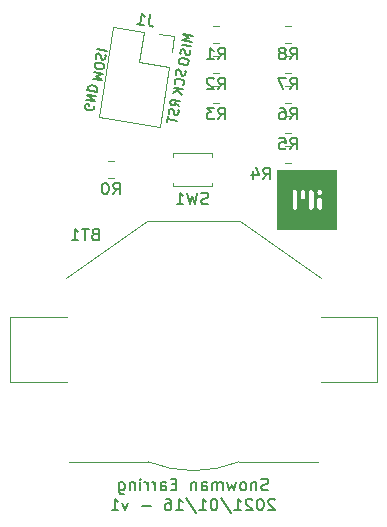
<source format=gbr>
%TF.GenerationSoftware,KiCad,Pcbnew,(5.1.6)-1*%
%TF.CreationDate,2021-01-16T18:50:24+01:00*%
%TF.ProjectId,Snowman_Earring,536e6f77-6d61-46e5-9f45-617272696e67,rev?*%
%TF.SameCoordinates,Original*%
%TF.FileFunction,Legend,Bot*%
%TF.FilePolarity,Positive*%
%FSLAX46Y46*%
G04 Gerber Fmt 4.6, Leading zero omitted, Abs format (unit mm)*
G04 Created by KiCad (PCBNEW (5.1.6)-1) date 2021-01-16 18:50:24*
%MOMM*%
%LPD*%
G01*
G04 APERTURE LIST*
%ADD10C,0.200000*%
%ADD11C,0.150000*%
%ADD12C,0.010000*%
%ADD13C,0.120000*%
G04 APERTURE END LIST*
D10*
X107270595Y-102045378D02*
X107127738Y-102092997D01*
X106889642Y-102092997D01*
X106794404Y-102045378D01*
X106746785Y-101997759D01*
X106699166Y-101902521D01*
X106699166Y-101807283D01*
X106746785Y-101712045D01*
X106794404Y-101664426D01*
X106889642Y-101616807D01*
X107080119Y-101569188D01*
X107175357Y-101521569D01*
X107222976Y-101473950D01*
X107270595Y-101378712D01*
X107270595Y-101283474D01*
X107222976Y-101188236D01*
X107175357Y-101140617D01*
X107080119Y-101092997D01*
X106842023Y-101092997D01*
X106699166Y-101140617D01*
X106270595Y-101426331D02*
X106270595Y-102092997D01*
X106270595Y-101521569D02*
X106222976Y-101473950D01*
X106127738Y-101426331D01*
X105984881Y-101426331D01*
X105889642Y-101473950D01*
X105842023Y-101569188D01*
X105842023Y-102092997D01*
X105222976Y-102092997D02*
X105318214Y-102045378D01*
X105365833Y-101997759D01*
X105413452Y-101902521D01*
X105413452Y-101616807D01*
X105365833Y-101521569D01*
X105318214Y-101473950D01*
X105222976Y-101426331D01*
X105080119Y-101426331D01*
X104984881Y-101473950D01*
X104937262Y-101521569D01*
X104889642Y-101616807D01*
X104889642Y-101902521D01*
X104937262Y-101997759D01*
X104984881Y-102045378D01*
X105080119Y-102092997D01*
X105222976Y-102092997D01*
X104556309Y-101426331D02*
X104365833Y-102092997D01*
X104175357Y-101616807D01*
X103984881Y-102092997D01*
X103794404Y-101426331D01*
X103413452Y-102092997D02*
X103413452Y-101426331D01*
X103413452Y-101521569D02*
X103365833Y-101473950D01*
X103270595Y-101426331D01*
X103127738Y-101426331D01*
X103032500Y-101473950D01*
X102984881Y-101569188D01*
X102984881Y-102092997D01*
X102984881Y-101569188D02*
X102937262Y-101473950D01*
X102842023Y-101426331D01*
X102699166Y-101426331D01*
X102603928Y-101473950D01*
X102556309Y-101569188D01*
X102556309Y-102092997D01*
X101651547Y-102092997D02*
X101651547Y-101569188D01*
X101699166Y-101473950D01*
X101794404Y-101426331D01*
X101984881Y-101426331D01*
X102080119Y-101473950D01*
X101651547Y-102045378D02*
X101746785Y-102092997D01*
X101984881Y-102092997D01*
X102080119Y-102045378D01*
X102127738Y-101950140D01*
X102127738Y-101854902D01*
X102080119Y-101759664D01*
X101984881Y-101712045D01*
X101746785Y-101712045D01*
X101651547Y-101664426D01*
X101175357Y-101426331D02*
X101175357Y-102092997D01*
X101175357Y-101521569D02*
X101127738Y-101473950D01*
X101032500Y-101426331D01*
X100889642Y-101426331D01*
X100794404Y-101473950D01*
X100746785Y-101569188D01*
X100746785Y-102092997D01*
X99508690Y-101569188D02*
X99175357Y-101569188D01*
X99032500Y-102092997D02*
X99508690Y-102092997D01*
X99508690Y-101092997D01*
X99032500Y-101092997D01*
X98175357Y-102092997D02*
X98175357Y-101569188D01*
X98222976Y-101473950D01*
X98318214Y-101426331D01*
X98508690Y-101426331D01*
X98603928Y-101473950D01*
X98175357Y-102045378D02*
X98270595Y-102092997D01*
X98508690Y-102092997D01*
X98603928Y-102045378D01*
X98651547Y-101950140D01*
X98651547Y-101854902D01*
X98603928Y-101759664D01*
X98508690Y-101712045D01*
X98270595Y-101712045D01*
X98175357Y-101664426D01*
X97699166Y-102092997D02*
X97699166Y-101426331D01*
X97699166Y-101616807D02*
X97651547Y-101521569D01*
X97603928Y-101473950D01*
X97508690Y-101426331D01*
X97413452Y-101426331D01*
X97080119Y-102092997D02*
X97080119Y-101426331D01*
X97080119Y-101616807D02*
X97032500Y-101521569D01*
X96984881Y-101473950D01*
X96889642Y-101426331D01*
X96794404Y-101426331D01*
X96461071Y-102092997D02*
X96461071Y-101426331D01*
X96461071Y-101092997D02*
X96508690Y-101140617D01*
X96461071Y-101188236D01*
X96413452Y-101140617D01*
X96461071Y-101092997D01*
X96461071Y-101188236D01*
X95984881Y-101426331D02*
X95984881Y-102092997D01*
X95984881Y-101521569D02*
X95937262Y-101473950D01*
X95842023Y-101426331D01*
X95699166Y-101426331D01*
X95603928Y-101473950D01*
X95556309Y-101569188D01*
X95556309Y-102092997D01*
X94651547Y-101426331D02*
X94651547Y-102235855D01*
X94699166Y-102331093D01*
X94746785Y-102378712D01*
X94842023Y-102426331D01*
X94984881Y-102426331D01*
X95080119Y-102378712D01*
X94651547Y-102045378D02*
X94746785Y-102092997D01*
X94937262Y-102092997D01*
X95032500Y-102045378D01*
X95080119Y-101997759D01*
X95127738Y-101902521D01*
X95127738Y-101616807D01*
X95080119Y-101521569D01*
X95032500Y-101473950D01*
X94937262Y-101426331D01*
X94746785Y-101426331D01*
X94651547Y-101473950D01*
X107842023Y-102888236D02*
X107794404Y-102840617D01*
X107699166Y-102792997D01*
X107461071Y-102792997D01*
X107365833Y-102840617D01*
X107318214Y-102888236D01*
X107270595Y-102983474D01*
X107270595Y-103078712D01*
X107318214Y-103221569D01*
X107889642Y-103792997D01*
X107270595Y-103792997D01*
X106651547Y-102792997D02*
X106556309Y-102792997D01*
X106461071Y-102840617D01*
X106413452Y-102888236D01*
X106365833Y-102983474D01*
X106318214Y-103173950D01*
X106318214Y-103412045D01*
X106365833Y-103602521D01*
X106413452Y-103697759D01*
X106461071Y-103745378D01*
X106556309Y-103792997D01*
X106651547Y-103792997D01*
X106746785Y-103745378D01*
X106794404Y-103697759D01*
X106842023Y-103602521D01*
X106889642Y-103412045D01*
X106889642Y-103173950D01*
X106842023Y-102983474D01*
X106794404Y-102888236D01*
X106746785Y-102840617D01*
X106651547Y-102792997D01*
X105937262Y-102888236D02*
X105889642Y-102840617D01*
X105794404Y-102792997D01*
X105556309Y-102792997D01*
X105461071Y-102840617D01*
X105413452Y-102888236D01*
X105365833Y-102983474D01*
X105365833Y-103078712D01*
X105413452Y-103221569D01*
X105984881Y-103792997D01*
X105365833Y-103792997D01*
X104413452Y-103792997D02*
X104984881Y-103792997D01*
X104699166Y-103792997D02*
X104699166Y-102792997D01*
X104794404Y-102935855D01*
X104889642Y-103031093D01*
X104984881Y-103078712D01*
X103270595Y-102745378D02*
X104127738Y-104031093D01*
X102746785Y-102792997D02*
X102651547Y-102792997D01*
X102556309Y-102840617D01*
X102508690Y-102888236D01*
X102461071Y-102983474D01*
X102413452Y-103173950D01*
X102413452Y-103412045D01*
X102461071Y-103602521D01*
X102508690Y-103697759D01*
X102556309Y-103745378D01*
X102651547Y-103792997D01*
X102746785Y-103792997D01*
X102842023Y-103745378D01*
X102889642Y-103697759D01*
X102937262Y-103602521D01*
X102984881Y-103412045D01*
X102984881Y-103173950D01*
X102937262Y-102983474D01*
X102889642Y-102888236D01*
X102842023Y-102840617D01*
X102746785Y-102792997D01*
X101461071Y-103792997D02*
X102032500Y-103792997D01*
X101746785Y-103792997D02*
X101746785Y-102792997D01*
X101842023Y-102935855D01*
X101937262Y-103031093D01*
X102032500Y-103078712D01*
X100318214Y-102745378D02*
X101175357Y-104031093D01*
X99461071Y-103792997D02*
X100032500Y-103792997D01*
X99746785Y-103792997D02*
X99746785Y-102792997D01*
X99842023Y-102935855D01*
X99937262Y-103031093D01*
X100032500Y-103078712D01*
X98603928Y-102792997D02*
X98794404Y-102792997D01*
X98889642Y-102840617D01*
X98937262Y-102888236D01*
X99032500Y-103031093D01*
X99080119Y-103221569D01*
X99080119Y-103602521D01*
X99032500Y-103697759D01*
X98984881Y-103745378D01*
X98889642Y-103792997D01*
X98699166Y-103792997D01*
X98603928Y-103745378D01*
X98556309Y-103697759D01*
X98508690Y-103602521D01*
X98508690Y-103364426D01*
X98556309Y-103269188D01*
X98603928Y-103221569D01*
X98699166Y-103173950D01*
X98889642Y-103173950D01*
X98984881Y-103221569D01*
X99032500Y-103269188D01*
X99080119Y-103364426D01*
X97318214Y-103412045D02*
X96556309Y-103412045D01*
X95413452Y-103126331D02*
X95175357Y-103792997D01*
X94937262Y-103126331D01*
X94032500Y-103792997D02*
X94603928Y-103792997D01*
X94318214Y-103792997D02*
X94318214Y-102792997D01*
X94413452Y-102935855D01*
X94508690Y-103031093D01*
X94603928Y-103078712D01*
D11*
X100884109Y-63584949D02*
X100093958Y-63459801D01*
X100616636Y-63812576D01*
X100010527Y-63986568D01*
X100800677Y-64111716D01*
X100741083Y-64487978D02*
X99950933Y-64362830D01*
X100649822Y-64820654D02*
X100669570Y-64939493D01*
X100639773Y-65127624D01*
X100590228Y-65196917D01*
X100546643Y-65228584D01*
X100465431Y-65254291D01*
X100390178Y-65242372D01*
X100320885Y-65192827D01*
X100289219Y-65149241D01*
X100263511Y-65068030D01*
X100249723Y-64911565D01*
X100224015Y-64830353D01*
X100192348Y-64786768D01*
X100123055Y-64737223D01*
X100047803Y-64725304D01*
X99966591Y-64751011D01*
X99923005Y-64782678D01*
X99873460Y-64851971D01*
X99843663Y-65040102D01*
X99863411Y-65158940D01*
X99748313Y-65642122D02*
X99724475Y-65792627D01*
X99750183Y-65873839D01*
X99813516Y-65961010D01*
X99958062Y-66022474D01*
X100221445Y-66064190D01*
X100377909Y-66050401D01*
X100465081Y-65987067D01*
X100514626Y-65917774D01*
X100538463Y-65767269D01*
X100512756Y-65686058D01*
X100449422Y-65598886D01*
X100304877Y-65537422D01*
X100041493Y-65495707D01*
X99885029Y-65509495D01*
X99797858Y-65572829D01*
X99748313Y-65642122D01*
X100273789Y-66550920D02*
X100293537Y-66669759D01*
X100263740Y-66857890D01*
X100214195Y-66927183D01*
X100170610Y-66958850D01*
X100089398Y-66984557D01*
X100014145Y-66972638D01*
X99944852Y-66923093D01*
X99913186Y-66879507D01*
X99887478Y-66798296D01*
X99873690Y-66641831D01*
X99847982Y-66560619D01*
X99816315Y-66517034D01*
X99747022Y-66467489D01*
X99671770Y-66455570D01*
X99590558Y-66481277D01*
X99546972Y-66512944D01*
X99497427Y-66582237D01*
X99467630Y-66770368D01*
X99487378Y-66889206D01*
X100039503Y-67786626D02*
X100083088Y-67754960D01*
X100138593Y-67648040D01*
X100150512Y-67572788D01*
X100130764Y-67453950D01*
X100067430Y-67366779D01*
X99998137Y-67317234D01*
X99853591Y-67255770D01*
X99740713Y-67237891D01*
X99584249Y-67251680D01*
X99503037Y-67277387D01*
X99415865Y-67340721D01*
X99360361Y-67447640D01*
X99348442Y-67522893D01*
X99368190Y-67641731D01*
X99399857Y-67685316D01*
X100061120Y-68137181D02*
X99270970Y-68012034D01*
X99989608Y-68588696D02*
X99591728Y-68178547D01*
X99199457Y-68463548D02*
X99722484Y-68083547D01*
X99759608Y-69585271D02*
X99425061Y-69262294D01*
X99831121Y-69133757D02*
X99040970Y-69008609D01*
X98993295Y-69309619D01*
X99019002Y-69390831D01*
X99050669Y-69434416D01*
X99119962Y-69483961D01*
X99232841Y-69501840D01*
X99314053Y-69476132D01*
X99357638Y-69444465D01*
X99407183Y-69375172D01*
X99454858Y-69074163D01*
X99674306Y-69880322D02*
X99694054Y-69999160D01*
X99664257Y-70187291D01*
X99614712Y-70256584D01*
X99571127Y-70288251D01*
X99489915Y-70313958D01*
X99414662Y-70302039D01*
X99345369Y-70252494D01*
X99313702Y-70208909D01*
X99287995Y-70127697D01*
X99274206Y-69971232D01*
X99248499Y-69890021D01*
X99216832Y-69846435D01*
X99147539Y-69796890D01*
X99072287Y-69784971D01*
X98991075Y-69810679D01*
X98947489Y-69842345D01*
X98897944Y-69911638D01*
X98868147Y-70099770D01*
X98887895Y-70218608D01*
X98814513Y-70438406D02*
X98743000Y-70889920D01*
X99568907Y-70789310D02*
X98778756Y-70664163D01*
X92540105Y-69525059D02*
X92565813Y-69606271D01*
X92547934Y-69719149D01*
X92492430Y-69826069D01*
X92405259Y-69889402D01*
X92324047Y-69915110D01*
X92167583Y-69928898D01*
X92054704Y-69911020D01*
X91910158Y-69849556D01*
X91840865Y-69800011D01*
X91777532Y-69712840D01*
X91757784Y-69594002D01*
X91769703Y-69518749D01*
X91825207Y-69411830D01*
X91868793Y-69380163D01*
X92132176Y-69421879D01*
X92108339Y-69572384D01*
X91847175Y-69029608D02*
X92637326Y-69154756D01*
X91918688Y-68578094D01*
X92708839Y-68703241D01*
X91978282Y-68201832D02*
X92768433Y-68326979D01*
X92798230Y-68138848D01*
X92778482Y-68020010D01*
X92715148Y-67932839D01*
X92645855Y-67883294D01*
X92501309Y-67821830D01*
X92388431Y-67803952D01*
X92231967Y-67817740D01*
X92150755Y-67843448D01*
X92063583Y-67906781D01*
X92008079Y-68013700D01*
X91978282Y-68201832D01*
X92410791Y-67225050D02*
X93200942Y-67350198D01*
X92678264Y-66997423D01*
X93284373Y-66823431D01*
X92494223Y-66698283D01*
X93367805Y-66296664D02*
X93391643Y-66146159D01*
X93365935Y-66064947D01*
X93302602Y-65977776D01*
X93158056Y-65916312D01*
X92894673Y-65874596D01*
X92738208Y-65888385D01*
X92651037Y-65951718D01*
X92601492Y-66021011D01*
X92577654Y-66171516D01*
X92603362Y-66252728D01*
X92666695Y-66339899D01*
X92811241Y-66401363D01*
X93074624Y-66443079D01*
X93231089Y-66429290D01*
X93318260Y-66365957D01*
X93367805Y-66296664D01*
X92716591Y-65537830D02*
X92696843Y-65418992D01*
X92726640Y-65230861D01*
X92776185Y-65161568D01*
X92819770Y-65129901D01*
X92900982Y-65104193D01*
X92976235Y-65116112D01*
X93045528Y-65165657D01*
X93077194Y-65209243D01*
X93102902Y-65290455D01*
X93116690Y-65446919D01*
X93142398Y-65528131D01*
X93174065Y-65571717D01*
X93243358Y-65621262D01*
X93318610Y-65633180D01*
X93399822Y-65607473D01*
X93443408Y-65575806D01*
X93492953Y-65506513D01*
X93522750Y-65318382D01*
X93503002Y-65199544D01*
X92804112Y-64741720D02*
X93594263Y-64866867D01*
D12*
%TO.C,G\u002A\u002A\u002A*%
G36*
X107989627Y-77465590D02*
G01*
X107994097Y-79965903D01*
X110494410Y-79970373D01*
X112994722Y-79974843D01*
X112994722Y-77787500D01*
X111839375Y-77787500D01*
X111839123Y-77910836D01*
X111838066Y-78004224D01*
X111835751Y-78072992D01*
X111831728Y-78122466D01*
X111825545Y-78157976D01*
X111816751Y-78184849D01*
X111804893Y-78208412D01*
X111803497Y-78210833D01*
X111745520Y-78278420D01*
X111670148Y-78319305D01*
X111585429Y-78331226D01*
X111499408Y-78311924D01*
X111478866Y-78302074D01*
X111440560Y-78279217D01*
X111410917Y-78253709D01*
X111388915Y-78221003D01*
X111373534Y-78176551D01*
X111363754Y-78115804D01*
X111358552Y-78034213D01*
X111356910Y-77927230D01*
X111357806Y-77790307D01*
X111358133Y-77764062D01*
X111361945Y-77470000D01*
X111142224Y-77470000D01*
X111142188Y-77642336D01*
X111141770Y-77783013D01*
X111140818Y-77895649D01*
X111139180Y-77983861D01*
X111136704Y-78051268D01*
X111133236Y-78101487D01*
X111128624Y-78138137D01*
X111122715Y-78164835D01*
X111115358Y-78185199D01*
X111111744Y-78192843D01*
X111061010Y-78260772D01*
X110991383Y-78310015D01*
X110913878Y-78333358D01*
X110895695Y-78334305D01*
X110827648Y-78321764D01*
X110770421Y-78294266D01*
X110740923Y-78273938D01*
X110716627Y-78253760D01*
X110697029Y-78230273D01*
X110681625Y-78200018D01*
X110669908Y-78159537D01*
X110661374Y-78105369D01*
X110655519Y-78034056D01*
X110651837Y-77942138D01*
X110649823Y-77826158D01*
X110648973Y-77682654D01*
X110648782Y-77508169D01*
X110648778Y-77460905D01*
X110648874Y-77288188D01*
X110649288Y-77147138D01*
X110650179Y-77034146D01*
X110650486Y-77016365D01*
X110437018Y-77016365D01*
X110435289Y-77138465D01*
X110429014Y-77231013D01*
X110416671Y-77299606D01*
X110396739Y-77349838D01*
X110367695Y-77387306D01*
X110328019Y-77417605D01*
X110327902Y-77417679D01*
X110252583Y-77446288D01*
X110168351Y-77449238D01*
X110087851Y-77427702D01*
X110030887Y-77390144D01*
X109995283Y-77348648D01*
X109970341Y-77299182D01*
X109954443Y-77235072D01*
X109945969Y-77149644D01*
X109943303Y-77036224D01*
X109943293Y-77028911D01*
X109945513Y-76915106D01*
X109953383Y-76829413D01*
X109968509Y-76764899D01*
X109976557Y-76748033D01*
X109731528Y-76748033D01*
X109731462Y-77457384D01*
X109731356Y-77635153D01*
X109730976Y-77781101D01*
X109730172Y-77898686D01*
X109728793Y-77991364D01*
X109726692Y-78062593D01*
X109723718Y-78115830D01*
X109719721Y-78154533D01*
X109714553Y-78182157D01*
X109708064Y-78202160D01*
X109700104Y-78218000D01*
X109698451Y-78220761D01*
X109641121Y-78283390D01*
X109565912Y-78320732D01*
X109481670Y-78330531D01*
X109397242Y-78310529D01*
X109379838Y-78302074D01*
X109349952Y-78285423D01*
X109325275Y-78268264D01*
X109305308Y-78247244D01*
X109289552Y-78219012D01*
X109277509Y-78180216D01*
X109268680Y-78127503D01*
X109262566Y-78057523D01*
X109258668Y-77966922D01*
X109256488Y-77852349D01*
X109255526Y-77710453D01*
X109255285Y-77537881D01*
X109255278Y-77464989D01*
X109255502Y-77283795D01*
X109256244Y-77134719D01*
X109257610Y-77014607D01*
X109259707Y-76920301D01*
X109262641Y-76848646D01*
X109266518Y-76796485D01*
X109271444Y-76760662D01*
X109277526Y-76738020D01*
X109279931Y-76732659D01*
X109335043Y-76659392D01*
X109405855Y-76614021D01*
X109485460Y-76597358D01*
X109566951Y-76610216D01*
X109643422Y-76653408D01*
X109677000Y-76685929D01*
X109731528Y-76748033D01*
X109976557Y-76748033D01*
X109992498Y-76714632D01*
X110025792Y-76672886D01*
X110098689Y-76618724D01*
X110179717Y-76598736D01*
X110266767Y-76613339D01*
X110286887Y-76621398D01*
X110340776Y-76649140D01*
X110380208Y-76681464D01*
X110407356Y-76724086D01*
X110424392Y-76782718D01*
X110433487Y-76863077D01*
X110436814Y-76970875D01*
X110437018Y-77016365D01*
X110650486Y-77016365D01*
X110651712Y-76945601D01*
X110654047Y-76877892D01*
X110657346Y-76827411D01*
X110661771Y-76790547D01*
X110667485Y-76763690D01*
X110674649Y-76743229D01*
X110681613Y-76728891D01*
X110735031Y-76661108D01*
X110804226Y-76618649D01*
X110881702Y-76601409D01*
X110959967Y-76609287D01*
X111031525Y-76642179D01*
X111088882Y-76699983D01*
X111108360Y-76734746D01*
X111117042Y-76756001D01*
X111124093Y-76780149D01*
X111129682Y-76810900D01*
X111133980Y-76851965D01*
X111137160Y-76907054D01*
X111139391Y-76979878D01*
X111140844Y-77074149D01*
X111141691Y-77193576D01*
X111142102Y-77341871D01*
X111142224Y-77470000D01*
X111361945Y-77470000D01*
X111363125Y-77379028D01*
X111427849Y-77319746D01*
X111504749Y-77265895D01*
X111582196Y-77246540D01*
X111663894Y-77261039D01*
X111693660Y-77273743D01*
X111738771Y-77297560D01*
X111773501Y-77323042D01*
X111799197Y-77354945D01*
X111817208Y-77398022D01*
X111828883Y-77457029D01*
X111835569Y-77536719D01*
X111838617Y-77641848D01*
X111839373Y-77777168D01*
X111839375Y-77787500D01*
X112994722Y-77787500D01*
X112994722Y-76828745D01*
X111833654Y-76828745D01*
X111819844Y-76919252D01*
X111779710Y-76993140D01*
X111719237Y-77046683D01*
X111644412Y-77076153D01*
X111561220Y-77077821D01*
X111478866Y-77049713D01*
X111411602Y-76996874D01*
X111371205Y-76929903D01*
X111355983Y-76855382D01*
X111364246Y-76779891D01*
X111394300Y-76710011D01*
X111444456Y-76652322D01*
X111513022Y-76613406D01*
X111594497Y-76599815D01*
X111679685Y-76615621D01*
X111751998Y-76658837D01*
X111804853Y-76723160D01*
X111831662Y-76802286D01*
X111833654Y-76828745D01*
X112994722Y-76828745D01*
X112994722Y-74965278D01*
X107985157Y-74965278D01*
X107989627Y-77465590D01*
G37*
X107989627Y-77465590D02*
X107994097Y-79965903D01*
X110494410Y-79970373D01*
X112994722Y-79974843D01*
X112994722Y-77787500D01*
X111839375Y-77787500D01*
X111839123Y-77910836D01*
X111838066Y-78004224D01*
X111835751Y-78072992D01*
X111831728Y-78122466D01*
X111825545Y-78157976D01*
X111816751Y-78184849D01*
X111804893Y-78208412D01*
X111803497Y-78210833D01*
X111745520Y-78278420D01*
X111670148Y-78319305D01*
X111585429Y-78331226D01*
X111499408Y-78311924D01*
X111478866Y-78302074D01*
X111440560Y-78279217D01*
X111410917Y-78253709D01*
X111388915Y-78221003D01*
X111373534Y-78176551D01*
X111363754Y-78115804D01*
X111358552Y-78034213D01*
X111356910Y-77927230D01*
X111357806Y-77790307D01*
X111358133Y-77764062D01*
X111361945Y-77470000D01*
X111142224Y-77470000D01*
X111142188Y-77642336D01*
X111141770Y-77783013D01*
X111140818Y-77895649D01*
X111139180Y-77983861D01*
X111136704Y-78051268D01*
X111133236Y-78101487D01*
X111128624Y-78138137D01*
X111122715Y-78164835D01*
X111115358Y-78185199D01*
X111111744Y-78192843D01*
X111061010Y-78260772D01*
X110991383Y-78310015D01*
X110913878Y-78333358D01*
X110895695Y-78334305D01*
X110827648Y-78321764D01*
X110770421Y-78294266D01*
X110740923Y-78273938D01*
X110716627Y-78253760D01*
X110697029Y-78230273D01*
X110681625Y-78200018D01*
X110669908Y-78159537D01*
X110661374Y-78105369D01*
X110655519Y-78034056D01*
X110651837Y-77942138D01*
X110649823Y-77826158D01*
X110648973Y-77682654D01*
X110648782Y-77508169D01*
X110648778Y-77460905D01*
X110648874Y-77288188D01*
X110649288Y-77147138D01*
X110650179Y-77034146D01*
X110650486Y-77016365D01*
X110437018Y-77016365D01*
X110435289Y-77138465D01*
X110429014Y-77231013D01*
X110416671Y-77299606D01*
X110396739Y-77349838D01*
X110367695Y-77387306D01*
X110328019Y-77417605D01*
X110327902Y-77417679D01*
X110252583Y-77446288D01*
X110168351Y-77449238D01*
X110087851Y-77427702D01*
X110030887Y-77390144D01*
X109995283Y-77348648D01*
X109970341Y-77299182D01*
X109954443Y-77235072D01*
X109945969Y-77149644D01*
X109943303Y-77036224D01*
X109943293Y-77028911D01*
X109945513Y-76915106D01*
X109953383Y-76829413D01*
X109968509Y-76764899D01*
X109976557Y-76748033D01*
X109731528Y-76748033D01*
X109731462Y-77457384D01*
X109731356Y-77635153D01*
X109730976Y-77781101D01*
X109730172Y-77898686D01*
X109728793Y-77991364D01*
X109726692Y-78062593D01*
X109723718Y-78115830D01*
X109719721Y-78154533D01*
X109714553Y-78182157D01*
X109708064Y-78202160D01*
X109700104Y-78218000D01*
X109698451Y-78220761D01*
X109641121Y-78283390D01*
X109565912Y-78320732D01*
X109481670Y-78330531D01*
X109397242Y-78310529D01*
X109379838Y-78302074D01*
X109349952Y-78285423D01*
X109325275Y-78268264D01*
X109305308Y-78247244D01*
X109289552Y-78219012D01*
X109277509Y-78180216D01*
X109268680Y-78127503D01*
X109262566Y-78057523D01*
X109258668Y-77966922D01*
X109256488Y-77852349D01*
X109255526Y-77710453D01*
X109255285Y-77537881D01*
X109255278Y-77464989D01*
X109255502Y-77283795D01*
X109256244Y-77134719D01*
X109257610Y-77014607D01*
X109259707Y-76920301D01*
X109262641Y-76848646D01*
X109266518Y-76796485D01*
X109271444Y-76760662D01*
X109277526Y-76738020D01*
X109279931Y-76732659D01*
X109335043Y-76659392D01*
X109405855Y-76614021D01*
X109485460Y-76597358D01*
X109566951Y-76610216D01*
X109643422Y-76653408D01*
X109677000Y-76685929D01*
X109731528Y-76748033D01*
X109976557Y-76748033D01*
X109992498Y-76714632D01*
X110025792Y-76672886D01*
X110098689Y-76618724D01*
X110179717Y-76598736D01*
X110266767Y-76613339D01*
X110286887Y-76621398D01*
X110340776Y-76649140D01*
X110380208Y-76681464D01*
X110407356Y-76724086D01*
X110424392Y-76782718D01*
X110433487Y-76863077D01*
X110436814Y-76970875D01*
X110437018Y-77016365D01*
X110650486Y-77016365D01*
X110651712Y-76945601D01*
X110654047Y-76877892D01*
X110657346Y-76827411D01*
X110661771Y-76790547D01*
X110667485Y-76763690D01*
X110674649Y-76743229D01*
X110681613Y-76728891D01*
X110735031Y-76661108D01*
X110804226Y-76618649D01*
X110881702Y-76601409D01*
X110959967Y-76609287D01*
X111031525Y-76642179D01*
X111088882Y-76699983D01*
X111108360Y-76734746D01*
X111117042Y-76756001D01*
X111124093Y-76780149D01*
X111129682Y-76810900D01*
X111133980Y-76851965D01*
X111137160Y-76907054D01*
X111139391Y-76979878D01*
X111140844Y-77074149D01*
X111141691Y-77193576D01*
X111142102Y-77341871D01*
X111142224Y-77470000D01*
X111361945Y-77470000D01*
X111363125Y-77379028D01*
X111427849Y-77319746D01*
X111504749Y-77265895D01*
X111582196Y-77246540D01*
X111663894Y-77261039D01*
X111693660Y-77273743D01*
X111738771Y-77297560D01*
X111773501Y-77323042D01*
X111799197Y-77354945D01*
X111817208Y-77398022D01*
X111828883Y-77457029D01*
X111835569Y-77536719D01*
X111838617Y-77641848D01*
X111839373Y-77777168D01*
X111839375Y-77787500D01*
X112994722Y-77787500D01*
X112994722Y-76828745D01*
X111833654Y-76828745D01*
X111819844Y-76919252D01*
X111779710Y-76993140D01*
X111719237Y-77046683D01*
X111644412Y-77076153D01*
X111561220Y-77077821D01*
X111478866Y-77049713D01*
X111411602Y-76996874D01*
X111371205Y-76929903D01*
X111355983Y-76855382D01*
X111364246Y-76779891D01*
X111394300Y-76710011D01*
X111444456Y-76652322D01*
X111513022Y-76613406D01*
X111594497Y-76599815D01*
X111679685Y-76615621D01*
X111751998Y-76658837D01*
X111804853Y-76723160D01*
X111831662Y-76802286D01*
X111833654Y-76828745D01*
X112994722Y-76828745D01*
X112994722Y-74965278D01*
X107985157Y-74965278D01*
X107989627Y-77465590D01*
D13*
%TO.C,R0*%
X93718748Y-75640000D02*
X94241252Y-75640000D01*
X93718748Y-74220000D02*
X94241252Y-74220000D01*
%TO.C,R8*%
X108713748Y-64210000D02*
X109236252Y-64210000D01*
X108713748Y-62790000D02*
X109236252Y-62790000D01*
%TO.C,R7*%
X108713748Y-66750000D02*
X109236252Y-66750000D01*
X108713748Y-65330000D02*
X109236252Y-65330000D01*
%TO.C,R6*%
X108713748Y-69290000D02*
X109236252Y-69290000D01*
X108713748Y-67870000D02*
X109236252Y-67870000D01*
%TO.C,R5*%
X108713748Y-71830000D02*
X109236252Y-71830000D01*
X108713748Y-70410000D02*
X109236252Y-70410000D01*
%TO.C,R4*%
X108713748Y-74370000D02*
X109236252Y-74370000D01*
X108713748Y-72950000D02*
X109236252Y-72950000D01*
%TO.C,R3*%
X102608748Y-69290000D02*
X103131252Y-69290000D01*
X102608748Y-67870000D02*
X103131252Y-67870000D01*
%TO.C,R2*%
X102608748Y-66750000D02*
X103131252Y-66750000D01*
X102608748Y-65330000D02*
X103131252Y-65330000D01*
%TO.C,R1*%
X102608748Y-64210000D02*
X103131252Y-64210000D01*
X102608748Y-62790000D02*
X103131252Y-62790000D01*
%TO.C,BT1*%
X90165001Y-84120000D02*
X97015001Y-79320000D01*
X97015001Y-79320000D02*
X104915001Y-79320000D01*
X104915001Y-79320000D02*
X111715001Y-84120000D01*
X90415001Y-99670000D02*
X97115001Y-99670000D01*
X111515001Y-99670000D02*
X104815001Y-99670000D01*
X90215001Y-92920000D02*
X85415001Y-92920000D01*
X85415001Y-92920000D02*
X85415001Y-87420000D01*
X85415001Y-87420000D02*
X90215001Y-87420000D01*
X111715001Y-87420000D02*
X116515001Y-87420000D01*
X116515001Y-87420000D02*
X116515001Y-92920000D01*
X116515001Y-92920000D02*
X111715001Y-92920000D01*
X97118616Y-99671464D02*
G75*
G03*
X104815001Y-99670000I3846385J9501464D01*
G01*
%TO.C,J1*%
X99311683Y-63664432D02*
X97998058Y-63456375D01*
X99103625Y-64978058D02*
X99311683Y-63664432D01*
X96743694Y-63257703D02*
X94175704Y-62850973D01*
X96336964Y-65825692D02*
X96743694Y-63257703D01*
X98904954Y-66232422D02*
X96336964Y-65825692D01*
X94175704Y-62850973D02*
X92964901Y-70495681D01*
X98904954Y-66232422D02*
X98100881Y-71309140D01*
X98100881Y-71309140D02*
X92964901Y-70495681D01*
%TO.C,SW1*%
X102511649Y-76330000D02*
X102511649Y-76030000D01*
X99211649Y-76330000D02*
X102511649Y-76330000D01*
X99211649Y-76030000D02*
X99211649Y-76330000D01*
X102511649Y-73530000D02*
X102511649Y-73830000D01*
X99211649Y-73530000D02*
X102511649Y-73530000D01*
X99211649Y-73830000D02*
X99211649Y-73530000D01*
%TO.C,R0*%
D11*
X94146666Y-77032380D02*
X94480000Y-76556190D01*
X94718095Y-77032380D02*
X94718095Y-76032380D01*
X94337142Y-76032380D01*
X94241904Y-76080000D01*
X94194285Y-76127619D01*
X94146666Y-76222857D01*
X94146666Y-76365714D01*
X94194285Y-76460952D01*
X94241904Y-76508571D01*
X94337142Y-76556190D01*
X94718095Y-76556190D01*
X93527619Y-76032380D02*
X93432380Y-76032380D01*
X93337142Y-76080000D01*
X93289523Y-76127619D01*
X93241904Y-76222857D01*
X93194285Y-76413333D01*
X93194285Y-76651428D01*
X93241904Y-76841904D01*
X93289523Y-76937142D01*
X93337142Y-76984761D01*
X93432380Y-77032380D01*
X93527619Y-77032380D01*
X93622857Y-76984761D01*
X93670476Y-76937142D01*
X93718095Y-76841904D01*
X93765714Y-76651428D01*
X93765714Y-76413333D01*
X93718095Y-76222857D01*
X93670476Y-76127619D01*
X93622857Y-76080000D01*
X93527619Y-76032380D01*
%TO.C,R8*%
X109141666Y-65602380D02*
X109475000Y-65126190D01*
X109713095Y-65602380D02*
X109713095Y-64602380D01*
X109332142Y-64602380D01*
X109236904Y-64650000D01*
X109189285Y-64697619D01*
X109141666Y-64792857D01*
X109141666Y-64935714D01*
X109189285Y-65030952D01*
X109236904Y-65078571D01*
X109332142Y-65126190D01*
X109713095Y-65126190D01*
X108570238Y-65030952D02*
X108665476Y-64983333D01*
X108713095Y-64935714D01*
X108760714Y-64840476D01*
X108760714Y-64792857D01*
X108713095Y-64697619D01*
X108665476Y-64650000D01*
X108570238Y-64602380D01*
X108379761Y-64602380D01*
X108284523Y-64650000D01*
X108236904Y-64697619D01*
X108189285Y-64792857D01*
X108189285Y-64840476D01*
X108236904Y-64935714D01*
X108284523Y-64983333D01*
X108379761Y-65030952D01*
X108570238Y-65030952D01*
X108665476Y-65078571D01*
X108713095Y-65126190D01*
X108760714Y-65221428D01*
X108760714Y-65411904D01*
X108713095Y-65507142D01*
X108665476Y-65554761D01*
X108570238Y-65602380D01*
X108379761Y-65602380D01*
X108284523Y-65554761D01*
X108236904Y-65507142D01*
X108189285Y-65411904D01*
X108189285Y-65221428D01*
X108236904Y-65126190D01*
X108284523Y-65078571D01*
X108379761Y-65030952D01*
%TO.C,R7*%
X109141666Y-68142380D02*
X109475000Y-67666190D01*
X109713095Y-68142380D02*
X109713095Y-67142380D01*
X109332142Y-67142380D01*
X109236904Y-67190000D01*
X109189285Y-67237619D01*
X109141666Y-67332857D01*
X109141666Y-67475714D01*
X109189285Y-67570952D01*
X109236904Y-67618571D01*
X109332142Y-67666190D01*
X109713095Y-67666190D01*
X108808333Y-67142380D02*
X108141666Y-67142380D01*
X108570238Y-68142380D01*
%TO.C,R6*%
X109141666Y-70682380D02*
X109475000Y-70206190D01*
X109713095Y-70682380D02*
X109713095Y-69682380D01*
X109332142Y-69682380D01*
X109236904Y-69730000D01*
X109189285Y-69777619D01*
X109141666Y-69872857D01*
X109141666Y-70015714D01*
X109189285Y-70110952D01*
X109236904Y-70158571D01*
X109332142Y-70206190D01*
X109713095Y-70206190D01*
X108284523Y-69682380D02*
X108475000Y-69682380D01*
X108570238Y-69730000D01*
X108617857Y-69777619D01*
X108713095Y-69920476D01*
X108760714Y-70110952D01*
X108760714Y-70491904D01*
X108713095Y-70587142D01*
X108665476Y-70634761D01*
X108570238Y-70682380D01*
X108379761Y-70682380D01*
X108284523Y-70634761D01*
X108236904Y-70587142D01*
X108189285Y-70491904D01*
X108189285Y-70253809D01*
X108236904Y-70158571D01*
X108284523Y-70110952D01*
X108379761Y-70063333D01*
X108570238Y-70063333D01*
X108665476Y-70110952D01*
X108713095Y-70158571D01*
X108760714Y-70253809D01*
%TO.C,R5*%
X109141666Y-73222380D02*
X109475000Y-72746190D01*
X109713095Y-73222380D02*
X109713095Y-72222380D01*
X109332142Y-72222380D01*
X109236904Y-72270000D01*
X109189285Y-72317619D01*
X109141666Y-72412857D01*
X109141666Y-72555714D01*
X109189285Y-72650952D01*
X109236904Y-72698571D01*
X109332142Y-72746190D01*
X109713095Y-72746190D01*
X108236904Y-72222380D02*
X108713095Y-72222380D01*
X108760714Y-72698571D01*
X108713095Y-72650952D01*
X108617857Y-72603333D01*
X108379761Y-72603333D01*
X108284523Y-72650952D01*
X108236904Y-72698571D01*
X108189285Y-72793809D01*
X108189285Y-73031904D01*
X108236904Y-73127142D01*
X108284523Y-73174761D01*
X108379761Y-73222380D01*
X108617857Y-73222380D01*
X108713095Y-73174761D01*
X108760714Y-73127142D01*
%TO.C,R4*%
X106846666Y-75762380D02*
X107180000Y-75286190D01*
X107418095Y-75762380D02*
X107418095Y-74762380D01*
X107037142Y-74762380D01*
X106941904Y-74810000D01*
X106894285Y-74857619D01*
X106846666Y-74952857D01*
X106846666Y-75095714D01*
X106894285Y-75190952D01*
X106941904Y-75238571D01*
X107037142Y-75286190D01*
X107418095Y-75286190D01*
X105989523Y-75095714D02*
X105989523Y-75762380D01*
X106227619Y-74714761D02*
X106465714Y-75429047D01*
X105846666Y-75429047D01*
%TO.C,R3*%
X103036666Y-70682380D02*
X103370000Y-70206190D01*
X103608095Y-70682380D02*
X103608095Y-69682380D01*
X103227142Y-69682380D01*
X103131904Y-69730000D01*
X103084285Y-69777619D01*
X103036666Y-69872857D01*
X103036666Y-70015714D01*
X103084285Y-70110952D01*
X103131904Y-70158571D01*
X103227142Y-70206190D01*
X103608095Y-70206190D01*
X102703333Y-69682380D02*
X102084285Y-69682380D01*
X102417619Y-70063333D01*
X102274761Y-70063333D01*
X102179523Y-70110952D01*
X102131904Y-70158571D01*
X102084285Y-70253809D01*
X102084285Y-70491904D01*
X102131904Y-70587142D01*
X102179523Y-70634761D01*
X102274761Y-70682380D01*
X102560476Y-70682380D01*
X102655714Y-70634761D01*
X102703333Y-70587142D01*
%TO.C,R2*%
X103036666Y-68142380D02*
X103370000Y-67666190D01*
X103608095Y-68142380D02*
X103608095Y-67142380D01*
X103227142Y-67142380D01*
X103131904Y-67190000D01*
X103084285Y-67237619D01*
X103036666Y-67332857D01*
X103036666Y-67475714D01*
X103084285Y-67570952D01*
X103131904Y-67618571D01*
X103227142Y-67666190D01*
X103608095Y-67666190D01*
X102655714Y-67237619D02*
X102608095Y-67190000D01*
X102512857Y-67142380D01*
X102274761Y-67142380D01*
X102179523Y-67190000D01*
X102131904Y-67237619D01*
X102084285Y-67332857D01*
X102084285Y-67428095D01*
X102131904Y-67570952D01*
X102703333Y-68142380D01*
X102084285Y-68142380D01*
%TO.C,R1*%
X103036666Y-65602380D02*
X103370000Y-65126190D01*
X103608095Y-65602380D02*
X103608095Y-64602380D01*
X103227142Y-64602380D01*
X103131904Y-64650000D01*
X103084285Y-64697619D01*
X103036666Y-64792857D01*
X103036666Y-64935714D01*
X103084285Y-65030952D01*
X103131904Y-65078571D01*
X103227142Y-65126190D01*
X103608095Y-65126190D01*
X102084285Y-65602380D02*
X102655714Y-65602380D01*
X102370000Y-65602380D02*
X102370000Y-64602380D01*
X102465238Y-64745238D01*
X102560476Y-64840476D01*
X102655714Y-64888095D01*
%TO.C,BT1*%
X92600715Y-80398571D02*
X92457858Y-80446190D01*
X92410239Y-80493809D01*
X92362620Y-80589047D01*
X92362620Y-80731904D01*
X92410239Y-80827142D01*
X92457858Y-80874761D01*
X92553096Y-80922380D01*
X92934048Y-80922380D01*
X92934048Y-79922380D01*
X92600715Y-79922380D01*
X92505477Y-79970000D01*
X92457858Y-80017619D01*
X92410239Y-80112857D01*
X92410239Y-80208095D01*
X92457858Y-80303333D01*
X92505477Y-80350952D01*
X92600715Y-80398571D01*
X92934048Y-80398571D01*
X92076905Y-79922380D02*
X91505477Y-79922380D01*
X91791191Y-80922380D02*
X91791191Y-79922380D01*
X90648334Y-80922380D02*
X91219762Y-80922380D01*
X90934048Y-80922380D02*
X90934048Y-79922380D01*
X91029286Y-80065238D01*
X91124524Y-80160476D01*
X91219762Y-80208095D01*
%TO.C,J1*%
X97315023Y-61781281D02*
X97203285Y-62486773D01*
X97227970Y-62635321D01*
X97307137Y-62744285D01*
X97440786Y-62813665D01*
X97534851Y-62828564D01*
X96170901Y-62612535D02*
X96735294Y-62701926D01*
X96453097Y-62657231D02*
X96609532Y-61669542D01*
X96681250Y-61825539D01*
X96760417Y-61934503D01*
X96847033Y-61996435D01*
%TO.C,SW1*%
X102194982Y-77834761D02*
X102052125Y-77882380D01*
X101814029Y-77882380D01*
X101718791Y-77834761D01*
X101671172Y-77787142D01*
X101623553Y-77691904D01*
X101623553Y-77596666D01*
X101671172Y-77501428D01*
X101718791Y-77453809D01*
X101814029Y-77406190D01*
X102004506Y-77358571D01*
X102099744Y-77310952D01*
X102147363Y-77263333D01*
X102194982Y-77168095D01*
X102194982Y-77072857D01*
X102147363Y-76977619D01*
X102099744Y-76930000D01*
X102004506Y-76882380D01*
X101766410Y-76882380D01*
X101623553Y-76930000D01*
X101290220Y-76882380D02*
X101052125Y-77882380D01*
X100861649Y-77168095D01*
X100671172Y-77882380D01*
X100433077Y-76882380D01*
X99528315Y-77882380D02*
X100099744Y-77882380D01*
X99814029Y-77882380D02*
X99814029Y-76882380D01*
X99909268Y-77025238D01*
X100004506Y-77120476D01*
X100099744Y-77168095D01*
%TD*%
M02*

</source>
